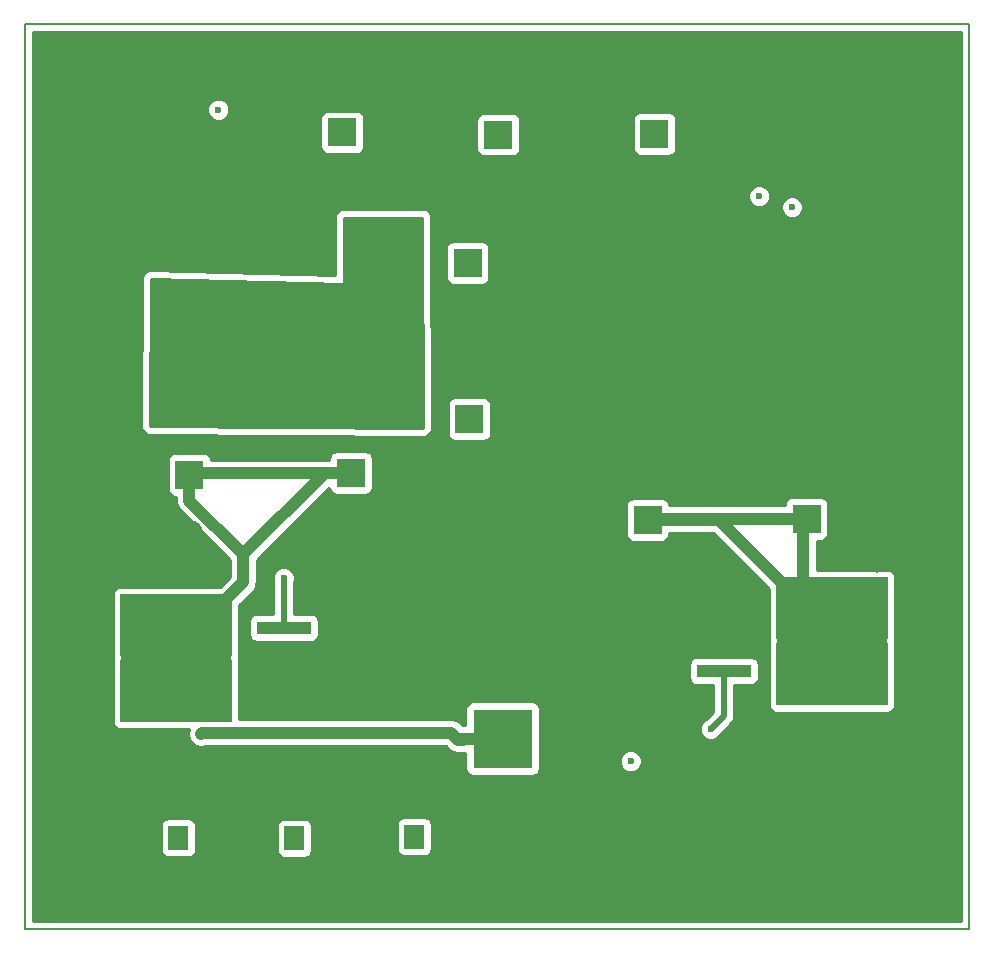
<source format=gbr>
%TF.GenerationSoftware,KiCad,Pcbnew,4.0.7*%
%TF.CreationDate,2018-04-08T16:14:44+02:00*%
%TF.ProjectId,power_board,706F7765725F626F6172642E6B696361,rev?*%
%TF.FileFunction,Copper,L4,Bot,Signal*%
%FSLAX46Y46*%
G04 Gerber Fmt 4.6, Leading zero omitted, Abs format (unit mm)*
G04 Created by KiCad (PCBNEW 4.0.7) date 04/08/18 16:14:44*
%MOMM*%
%LPD*%
G01*
G04 APERTURE LIST*
%ADD10C,0.150000*%
%ADD11C,3.100000*%
%ADD12C,0.500000*%
%ADD13R,2.400000X2.400000*%
%ADD14C,2.400000*%
%ADD15C,5.000000*%
%ADD16R,1.700000X2.000000*%
%ADD17O,1.700000X2.000000*%
%ADD18R,4.600000X1.100000*%
%ADD19R,9.400000X10.800000*%
%ADD20R,4.550000X5.250000*%
%ADD21R,5.000000X5.000000*%
%ADD22C,0.600000*%
%ADD23C,1.000000*%
%ADD24C,0.500000*%
%ADD25C,0.254000*%
G04 APERTURE END LIST*
D10*
X104000000Y-119820000D02*
X184000000Y-119820000D01*
X104000000Y-43120000D02*
X184000000Y-43120000D01*
X184000000Y-43120000D02*
X184000000Y-119820000D01*
X104000000Y-43120000D02*
X104000000Y-119820000D01*
D11*
X107560000Y-116000000D03*
X108020000Y-47170000D03*
X179030000Y-113590000D03*
X179660000Y-60110000D03*
D12*
X173420000Y-59410000D03*
X173540000Y-55250000D03*
X112820000Y-46500000D03*
X114550000Y-52670000D03*
X114790000Y-48700000D03*
X153430000Y-109160000D03*
X153480000Y-106960000D03*
X147600000Y-111920000D03*
X147480000Y-110680000D03*
X123460000Y-106440000D03*
X122290000Y-106380000D03*
X123430000Y-104770000D03*
X122230000Y-104840000D03*
X164990000Y-107890000D03*
X163650000Y-107930000D03*
X165100000Y-106080000D03*
X163630000Y-106060000D03*
X159130000Y-107090000D03*
X160070000Y-109200000D03*
X167670000Y-107740000D03*
X170510000Y-106300000D03*
X170350000Y-103920000D03*
X139550000Y-98160000D03*
X135330000Y-98170000D03*
X135450000Y-94470000D03*
X139720000Y-94510000D03*
X116560000Y-103760000D03*
X116640000Y-106430000D03*
X121380000Y-109420000D03*
X119510000Y-109280000D03*
X126540000Y-108930000D03*
X125990000Y-105670000D03*
X127510000Y-104420000D03*
X130430000Y-106270000D03*
X132500000Y-109810000D03*
X132390000Y-107820000D03*
X158760000Y-112160000D03*
X158630000Y-110740000D03*
X169440000Y-112260000D03*
X169430000Y-110780000D03*
X176170000Y-89350000D03*
D13*
X157330000Y-52470000D03*
D14*
X157330000Y-47470000D03*
D13*
X141510000Y-63390000D03*
D14*
X146510000Y-63390000D03*
D13*
X170210000Y-85050000D03*
D14*
X170210000Y-80050000D03*
D13*
X156750000Y-85140000D03*
D14*
X156750000Y-80140000D03*
D13*
X141660000Y-76610000D03*
D14*
X146660000Y-76610000D03*
D13*
X144110000Y-52530000D03*
D14*
X144110000Y-47530000D03*
D13*
X130900000Y-52340000D03*
D14*
X130900000Y-47340000D03*
D13*
X117960000Y-81320000D03*
D14*
X117960000Y-86320000D03*
D13*
X131630000Y-81170000D03*
D14*
X131630000Y-86170000D03*
D15*
X171830000Y-67340000D03*
X160450000Y-67360000D03*
X154630000Y-67400000D03*
X160430000Y-73080000D03*
X165960000Y-73140000D03*
X171600000Y-73110000D03*
X166090000Y-67390000D03*
X154630000Y-73100000D03*
D16*
X126830000Y-112100000D03*
D17*
X124330000Y-112100000D03*
D16*
X117030000Y-112060000D03*
D17*
X114530000Y-112060000D03*
D16*
X136990000Y-111960000D03*
D17*
X134490000Y-111960000D03*
D18*
X163210000Y-97950000D03*
X163210000Y-92870000D03*
D19*
X172360000Y-95410000D03*
D20*
X174785000Y-92635000D03*
X169935000Y-98185000D03*
X174785000Y-98185000D03*
X169935000Y-92635000D03*
D18*
X125965000Y-94295000D03*
X125965000Y-99375000D03*
D19*
X116815000Y-96835000D03*
D20*
X114390000Y-99610000D03*
X119240000Y-94060000D03*
X114390000Y-94060000D03*
X119240000Y-99610000D03*
D21*
X123150000Y-67882000D03*
X128668172Y-73835894D03*
X128656761Y-67877405D03*
X117636267Y-67865561D03*
X123175525Y-73834743D03*
X134156761Y-67887405D03*
X134168172Y-73845894D03*
X117675525Y-73844743D03*
X144480000Y-103670000D03*
D15*
X144600000Y-97070000D03*
D21*
X134160000Y-62420000D03*
D15*
X154510000Y-61740000D03*
D22*
X122610000Y-100000000D03*
X160670000Y-91950000D03*
X176100000Y-102430000D03*
X174860000Y-102430000D03*
X155310000Y-105580000D03*
X118970000Y-103270000D03*
X125930000Y-90080000D03*
X162090000Y-102860000D03*
X168970000Y-58670000D03*
X166200000Y-57740000D03*
X120410000Y-50410000D03*
D23*
X131630000Y-81170000D02*
X118110000Y-81170000D01*
X118110000Y-81170000D02*
X117960000Y-81320000D01*
X170210000Y-85050000D02*
X156840000Y-85050000D01*
X156840000Y-85050000D02*
X156750000Y-85140000D01*
X156750000Y-85140000D02*
X162790000Y-85140000D01*
X162790000Y-85140000D02*
X169935000Y-92285000D01*
X169935000Y-92285000D02*
X169935000Y-92635000D01*
X169935000Y-92635000D02*
X169935000Y-85325000D01*
X169935000Y-85325000D02*
X170210000Y-85050000D01*
X131630000Y-81170000D02*
X129430000Y-81170000D01*
X129430000Y-81170000D02*
X122525000Y-88075000D01*
X122525000Y-88075000D02*
X122515000Y-88075000D01*
X119240000Y-94060000D02*
X119240000Y-93710000D01*
X119240000Y-93710000D02*
X122515000Y-90435000D01*
X122515000Y-90435000D02*
X122515000Y-88075000D01*
X122515000Y-88075000D02*
X117960000Y-83520000D01*
X117960000Y-83520000D02*
X117960000Y-81320000D01*
D24*
X125965000Y-99375000D02*
X123235000Y-99375000D01*
X123235000Y-99375000D02*
X122610000Y-100000000D01*
X163210000Y-92870000D02*
X161590000Y-92870000D01*
X161590000Y-92870000D02*
X160670000Y-91950000D01*
D23*
X140695736Y-103750000D02*
X140775736Y-103670000D01*
X140775736Y-103670000D02*
X144480000Y-103670000D01*
X140125736Y-103180000D02*
X119060000Y-103180000D01*
X119060000Y-103180000D02*
X118970000Y-103270000D01*
X141120000Y-103750000D02*
X140695736Y-103750000D01*
X140695736Y-103750000D02*
X140125736Y-103180000D01*
D24*
X125930000Y-90080000D02*
X125930000Y-94260000D01*
X125930000Y-94260000D02*
X125965000Y-94295000D01*
X162090000Y-102860000D02*
X163210000Y-101740000D01*
X163210000Y-101740000D02*
X163210000Y-97950000D01*
D25*
G36*
X183290000Y-119110000D02*
X104710000Y-119110000D01*
X104710000Y-111060000D01*
X115532560Y-111060000D01*
X115532560Y-113060000D01*
X115576838Y-113295317D01*
X115715910Y-113511441D01*
X115928110Y-113656431D01*
X116180000Y-113707440D01*
X117880000Y-113707440D01*
X118115317Y-113663162D01*
X118331441Y-113524090D01*
X118476431Y-113311890D01*
X118527440Y-113060000D01*
X118527440Y-111100000D01*
X125332560Y-111100000D01*
X125332560Y-113100000D01*
X125376838Y-113335317D01*
X125515910Y-113551441D01*
X125728110Y-113696431D01*
X125980000Y-113747440D01*
X127680000Y-113747440D01*
X127915317Y-113703162D01*
X128131441Y-113564090D01*
X128276431Y-113351890D01*
X128327440Y-113100000D01*
X128327440Y-111100000D01*
X128301098Y-110960000D01*
X135492560Y-110960000D01*
X135492560Y-112960000D01*
X135536838Y-113195317D01*
X135675910Y-113411441D01*
X135888110Y-113556431D01*
X136140000Y-113607440D01*
X137840000Y-113607440D01*
X138075317Y-113563162D01*
X138291441Y-113424090D01*
X138436431Y-113211890D01*
X138487440Y-112960000D01*
X138487440Y-110960000D01*
X138443162Y-110724683D01*
X138304090Y-110508559D01*
X138091890Y-110363569D01*
X137840000Y-110312560D01*
X136140000Y-110312560D01*
X135904683Y-110356838D01*
X135688559Y-110495910D01*
X135543569Y-110708110D01*
X135492560Y-110960000D01*
X128301098Y-110960000D01*
X128283162Y-110864683D01*
X128144090Y-110648559D01*
X127931890Y-110503569D01*
X127680000Y-110452560D01*
X125980000Y-110452560D01*
X125744683Y-110496838D01*
X125528559Y-110635910D01*
X125383569Y-110848110D01*
X125332560Y-111100000D01*
X118527440Y-111100000D01*
X118527440Y-111060000D01*
X118483162Y-110824683D01*
X118344090Y-110608559D01*
X118131890Y-110463569D01*
X117880000Y-110412560D01*
X116180000Y-110412560D01*
X115944683Y-110456838D01*
X115728559Y-110595910D01*
X115583569Y-110808110D01*
X115532560Y-111060000D01*
X104710000Y-111060000D01*
X104710000Y-91435000D01*
X111467560Y-91435000D01*
X111467560Y-102235000D01*
X111511838Y-102470317D01*
X111650910Y-102686441D01*
X111863110Y-102831431D01*
X112115000Y-102882440D01*
X117912091Y-102882440D01*
X117835000Y-103270000D01*
X117921397Y-103704345D01*
X118167434Y-104072566D01*
X118535655Y-104318603D01*
X118970000Y-104405000D01*
X119404345Y-104318603D01*
X119409737Y-104315000D01*
X139655604Y-104315000D01*
X139893170Y-104552566D01*
X140261390Y-104798603D01*
X140695736Y-104885000D01*
X141120000Y-104885000D01*
X141332560Y-104842719D01*
X141332560Y-106170000D01*
X141376838Y-106405317D01*
X141515910Y-106621441D01*
X141728110Y-106766431D01*
X141980000Y-106817440D01*
X146980000Y-106817440D01*
X147215317Y-106773162D01*
X147431441Y-106634090D01*
X147576431Y-106421890D01*
X147627440Y-106170000D01*
X147627440Y-105765167D01*
X154374838Y-105765167D01*
X154516883Y-106108943D01*
X154779673Y-106372192D01*
X155123201Y-106514838D01*
X155495167Y-106515162D01*
X155838943Y-106373117D01*
X156102192Y-106110327D01*
X156244838Y-105766799D01*
X156245162Y-105394833D01*
X156103117Y-105051057D01*
X155840327Y-104787808D01*
X155496799Y-104645162D01*
X155124833Y-104644838D01*
X154781057Y-104786883D01*
X154517808Y-105049673D01*
X154375162Y-105393201D01*
X154374838Y-105765167D01*
X147627440Y-105765167D01*
X147627440Y-101170000D01*
X147583162Y-100934683D01*
X147444090Y-100718559D01*
X147231890Y-100573569D01*
X146980000Y-100522560D01*
X141980000Y-100522560D01*
X141744683Y-100566838D01*
X141528559Y-100705910D01*
X141383569Y-100918110D01*
X141332560Y-101170000D01*
X141332560Y-102535000D01*
X141085868Y-102535000D01*
X140928302Y-102377434D01*
X140560082Y-102131397D01*
X140125736Y-102045000D01*
X122162440Y-102045000D01*
X122162440Y-97400000D01*
X160262560Y-97400000D01*
X160262560Y-98500000D01*
X160306838Y-98735317D01*
X160445910Y-98951441D01*
X160658110Y-99096431D01*
X160910000Y-99147440D01*
X162325000Y-99147440D01*
X162325000Y-101373421D01*
X161681164Y-102017256D01*
X161561057Y-102066883D01*
X161297808Y-102329673D01*
X161155162Y-102673201D01*
X161154838Y-103045167D01*
X161296883Y-103388943D01*
X161559673Y-103652192D01*
X161903201Y-103794838D01*
X162275167Y-103795162D01*
X162618943Y-103653117D01*
X162882192Y-103390327D01*
X162932566Y-103269014D01*
X163835787Y-102365792D01*
X163835790Y-102365790D01*
X164027633Y-102078675D01*
X164029979Y-102066883D01*
X164095001Y-101740000D01*
X164095000Y-101739995D01*
X164095000Y-99147440D01*
X165510000Y-99147440D01*
X165745317Y-99103162D01*
X165961441Y-98964090D01*
X166106431Y-98751890D01*
X166157440Y-98500000D01*
X166157440Y-97400000D01*
X166113162Y-97164683D01*
X165974090Y-96948559D01*
X165761890Y-96803569D01*
X165510000Y-96752560D01*
X160910000Y-96752560D01*
X160674683Y-96796838D01*
X160458559Y-96935910D01*
X160313569Y-97148110D01*
X160262560Y-97400000D01*
X122162440Y-97400000D01*
X122162440Y-93745000D01*
X123017560Y-93745000D01*
X123017560Y-94845000D01*
X123061838Y-95080317D01*
X123200910Y-95296441D01*
X123413110Y-95441431D01*
X123665000Y-95492440D01*
X128265000Y-95492440D01*
X128500317Y-95448162D01*
X128716441Y-95309090D01*
X128861431Y-95096890D01*
X128912440Y-94845000D01*
X128912440Y-93745000D01*
X128868162Y-93509683D01*
X128729090Y-93293559D01*
X128516890Y-93148569D01*
X128265000Y-93097560D01*
X126815000Y-93097560D01*
X126815000Y-90386822D01*
X126864838Y-90266799D01*
X126865162Y-89894833D01*
X126723117Y-89551057D01*
X126460327Y-89287808D01*
X126116799Y-89145162D01*
X125744833Y-89144838D01*
X125401057Y-89286883D01*
X125137808Y-89549673D01*
X124995162Y-89893201D01*
X124994838Y-90265167D01*
X125045000Y-90386569D01*
X125045000Y-93097560D01*
X123665000Y-93097560D01*
X123429683Y-93141838D01*
X123213559Y-93280910D01*
X123068569Y-93493110D01*
X123017560Y-93745000D01*
X122162440Y-93745000D01*
X122162440Y-92392692D01*
X123317566Y-91237566D01*
X123563603Y-90869346D01*
X123615125Y-90610327D01*
X123650000Y-90435000D01*
X123650000Y-88555132D01*
X128265132Y-83940000D01*
X154902560Y-83940000D01*
X154902560Y-86340000D01*
X154946838Y-86575317D01*
X155085910Y-86791441D01*
X155298110Y-86936431D01*
X155550000Y-86987440D01*
X157950000Y-86987440D01*
X158185317Y-86943162D01*
X158401441Y-86804090D01*
X158546431Y-86591890D01*
X158597440Y-86340000D01*
X158597440Y-86275000D01*
X162319868Y-86275000D01*
X167012560Y-90967692D01*
X167012560Y-100810000D01*
X167056838Y-101045317D01*
X167195910Y-101261441D01*
X167408110Y-101406431D01*
X167660000Y-101457440D01*
X177060000Y-101457440D01*
X177295317Y-101413162D01*
X177511441Y-101274090D01*
X177656431Y-101061890D01*
X177707440Y-100810000D01*
X177707440Y-90010000D01*
X177663162Y-89774683D01*
X177524090Y-89558559D01*
X177311890Y-89413569D01*
X177060000Y-89362560D01*
X171070000Y-89362560D01*
X171070000Y-86897440D01*
X171410000Y-86897440D01*
X171645317Y-86853162D01*
X171861441Y-86714090D01*
X172006431Y-86501890D01*
X172057440Y-86250000D01*
X172057440Y-83850000D01*
X172013162Y-83614683D01*
X171874090Y-83398559D01*
X171661890Y-83253569D01*
X171410000Y-83202560D01*
X169010000Y-83202560D01*
X168774683Y-83246838D01*
X168558559Y-83385910D01*
X168413569Y-83598110D01*
X168362560Y-83850000D01*
X168362560Y-83915000D01*
X158592736Y-83915000D01*
X158553162Y-83704683D01*
X158414090Y-83488559D01*
X158201890Y-83343569D01*
X157950000Y-83292560D01*
X155550000Y-83292560D01*
X155314683Y-83336838D01*
X155098559Y-83475910D01*
X154953569Y-83688110D01*
X154902560Y-83940000D01*
X128265132Y-83940000D01*
X129790886Y-82414246D01*
X129826838Y-82605317D01*
X129965910Y-82821441D01*
X130178110Y-82966431D01*
X130430000Y-83017440D01*
X132830000Y-83017440D01*
X133065317Y-82973162D01*
X133281441Y-82834090D01*
X133426431Y-82621890D01*
X133477440Y-82370000D01*
X133477440Y-79970000D01*
X133433162Y-79734683D01*
X133294090Y-79518559D01*
X133081890Y-79373569D01*
X132830000Y-79322560D01*
X130430000Y-79322560D01*
X130194683Y-79366838D01*
X129978559Y-79505910D01*
X129833569Y-79718110D01*
X129782560Y-79970000D01*
X129782560Y-80035000D01*
X119791446Y-80035000D01*
X119763162Y-79884683D01*
X119624090Y-79668559D01*
X119411890Y-79523569D01*
X119160000Y-79472560D01*
X116760000Y-79472560D01*
X116524683Y-79516838D01*
X116308559Y-79655910D01*
X116163569Y-79868110D01*
X116112560Y-80120000D01*
X116112560Y-82520000D01*
X116156838Y-82755317D01*
X116295910Y-82971441D01*
X116508110Y-83116431D01*
X116760000Y-83167440D01*
X116825000Y-83167440D01*
X116825000Y-83520000D01*
X116911397Y-83954346D01*
X117002972Y-84091397D01*
X117157434Y-84322566D01*
X121380000Y-88545132D01*
X121380000Y-89964868D01*
X120557308Y-90787560D01*
X112115000Y-90787560D01*
X111879683Y-90831838D01*
X111663559Y-90970910D01*
X111518569Y-91183110D01*
X111467560Y-91435000D01*
X104710000Y-91435000D01*
X104710000Y-77295984D01*
X113895013Y-77295984D01*
X113936857Y-77526730D01*
X114071799Y-77739632D01*
X114278940Y-77883261D01*
X114525641Y-77934985D01*
X137835641Y-78094985D01*
X138073419Y-78050542D01*
X138284783Y-77913203D01*
X138426062Y-77704451D01*
X138474994Y-77457181D01*
X138465906Y-75410000D01*
X139812560Y-75410000D01*
X139812560Y-77810000D01*
X139856838Y-78045317D01*
X139995910Y-78261441D01*
X140208110Y-78406431D01*
X140460000Y-78457440D01*
X142860000Y-78457440D01*
X143095317Y-78413162D01*
X143311441Y-78274090D01*
X143456431Y-78061890D01*
X143507440Y-77810000D01*
X143507440Y-75410000D01*
X143463162Y-75174683D01*
X143324090Y-74958559D01*
X143111890Y-74813569D01*
X142860000Y-74762560D01*
X140460000Y-74762560D01*
X140224683Y-74806838D01*
X140008559Y-74945910D01*
X139863569Y-75158110D01*
X139812560Y-75410000D01*
X138465906Y-75410000D01*
X138407216Y-62190000D01*
X139662560Y-62190000D01*
X139662560Y-64590000D01*
X139706838Y-64825317D01*
X139845910Y-65041441D01*
X140058110Y-65186431D01*
X140310000Y-65237440D01*
X142710000Y-65237440D01*
X142945317Y-65193162D01*
X143161441Y-65054090D01*
X143306431Y-64841890D01*
X143357440Y-64590000D01*
X143357440Y-62190000D01*
X143313162Y-61954683D01*
X143174090Y-61738559D01*
X142961890Y-61593569D01*
X142710000Y-61542560D01*
X140310000Y-61542560D01*
X140074683Y-61586838D01*
X139858559Y-61725910D01*
X139713569Y-61938110D01*
X139662560Y-62190000D01*
X138407216Y-62190000D01*
X138394994Y-59437181D01*
X138349529Y-59204032D01*
X138211277Y-58993263D01*
X138005316Y-58855167D01*
X168034838Y-58855167D01*
X168176883Y-59198943D01*
X168439673Y-59462192D01*
X168783201Y-59604838D01*
X169155167Y-59605162D01*
X169498943Y-59463117D01*
X169762192Y-59200327D01*
X169904838Y-58856799D01*
X169905162Y-58484833D01*
X169763117Y-58141057D01*
X169500327Y-57877808D01*
X169156799Y-57735162D01*
X168784833Y-57734838D01*
X168441057Y-57876883D01*
X168177808Y-58139673D01*
X168035162Y-58483201D01*
X168034838Y-58855167D01*
X138005316Y-58855167D01*
X138001917Y-58852888D01*
X137754438Y-58805024D01*
X130939973Y-58864713D01*
X130900692Y-58855090D01*
X130652835Y-58900952D01*
X130442347Y-59039631D01*
X130302397Y-59249276D01*
X130255037Y-59496852D01*
X130307939Y-64399092D01*
X114625540Y-64015190D01*
X114382950Y-64056979D01*
X114170120Y-64192036D01*
X114026603Y-64399255D01*
X113975013Y-64645984D01*
X113895013Y-77295984D01*
X104710000Y-77295984D01*
X104710000Y-57925167D01*
X165264838Y-57925167D01*
X165406883Y-58268943D01*
X165669673Y-58532192D01*
X166013201Y-58674838D01*
X166385167Y-58675162D01*
X166728943Y-58533117D01*
X166992192Y-58270327D01*
X167134838Y-57926799D01*
X167135162Y-57554833D01*
X166993117Y-57211057D01*
X166730327Y-56947808D01*
X166386799Y-56805162D01*
X166014833Y-56804838D01*
X165671057Y-56946883D01*
X165407808Y-57209673D01*
X165265162Y-57553201D01*
X165264838Y-57925167D01*
X104710000Y-57925167D01*
X104710000Y-50595167D01*
X119474838Y-50595167D01*
X119616883Y-50938943D01*
X119879673Y-51202192D01*
X120223201Y-51344838D01*
X120595167Y-51345162D01*
X120938943Y-51203117D01*
X121002170Y-51140000D01*
X129052560Y-51140000D01*
X129052560Y-53540000D01*
X129096838Y-53775317D01*
X129235910Y-53991441D01*
X129448110Y-54136431D01*
X129700000Y-54187440D01*
X132100000Y-54187440D01*
X132335317Y-54143162D01*
X132551441Y-54004090D01*
X132696431Y-53791890D01*
X132747440Y-53540000D01*
X132747440Y-51330000D01*
X142262560Y-51330000D01*
X142262560Y-53730000D01*
X142306838Y-53965317D01*
X142445910Y-54181441D01*
X142658110Y-54326431D01*
X142910000Y-54377440D01*
X145310000Y-54377440D01*
X145545317Y-54333162D01*
X145761441Y-54194090D01*
X145906431Y-53981890D01*
X145957440Y-53730000D01*
X145957440Y-51330000D01*
X145946151Y-51270000D01*
X155482560Y-51270000D01*
X155482560Y-53670000D01*
X155526838Y-53905317D01*
X155665910Y-54121441D01*
X155878110Y-54266431D01*
X156130000Y-54317440D01*
X158530000Y-54317440D01*
X158765317Y-54273162D01*
X158981441Y-54134090D01*
X159126431Y-53921890D01*
X159177440Y-53670000D01*
X159177440Y-51270000D01*
X159133162Y-51034683D01*
X158994090Y-50818559D01*
X158781890Y-50673569D01*
X158530000Y-50622560D01*
X156130000Y-50622560D01*
X155894683Y-50666838D01*
X155678559Y-50805910D01*
X155533569Y-51018110D01*
X155482560Y-51270000D01*
X145946151Y-51270000D01*
X145913162Y-51094683D01*
X145774090Y-50878559D01*
X145561890Y-50733569D01*
X145310000Y-50682560D01*
X142910000Y-50682560D01*
X142674683Y-50726838D01*
X142458559Y-50865910D01*
X142313569Y-51078110D01*
X142262560Y-51330000D01*
X132747440Y-51330000D01*
X132747440Y-51140000D01*
X132703162Y-50904683D01*
X132564090Y-50688559D01*
X132351890Y-50543569D01*
X132100000Y-50492560D01*
X129700000Y-50492560D01*
X129464683Y-50536838D01*
X129248559Y-50675910D01*
X129103569Y-50888110D01*
X129052560Y-51140000D01*
X121002170Y-51140000D01*
X121202192Y-50940327D01*
X121344838Y-50596799D01*
X121345162Y-50224833D01*
X121203117Y-49881057D01*
X120940327Y-49617808D01*
X120596799Y-49475162D01*
X120224833Y-49474838D01*
X119881057Y-49616883D01*
X119617808Y-49879673D01*
X119475162Y-50223201D01*
X119474838Y-50595167D01*
X104710000Y-50595167D01*
X104710000Y-43830000D01*
X183290000Y-43830000D01*
X183290000Y-119110000D01*
X183290000Y-119110000D01*
G37*
X183290000Y-119110000D02*
X104710000Y-119110000D01*
X104710000Y-111060000D01*
X115532560Y-111060000D01*
X115532560Y-113060000D01*
X115576838Y-113295317D01*
X115715910Y-113511441D01*
X115928110Y-113656431D01*
X116180000Y-113707440D01*
X117880000Y-113707440D01*
X118115317Y-113663162D01*
X118331441Y-113524090D01*
X118476431Y-113311890D01*
X118527440Y-113060000D01*
X118527440Y-111100000D01*
X125332560Y-111100000D01*
X125332560Y-113100000D01*
X125376838Y-113335317D01*
X125515910Y-113551441D01*
X125728110Y-113696431D01*
X125980000Y-113747440D01*
X127680000Y-113747440D01*
X127915317Y-113703162D01*
X128131441Y-113564090D01*
X128276431Y-113351890D01*
X128327440Y-113100000D01*
X128327440Y-111100000D01*
X128301098Y-110960000D01*
X135492560Y-110960000D01*
X135492560Y-112960000D01*
X135536838Y-113195317D01*
X135675910Y-113411441D01*
X135888110Y-113556431D01*
X136140000Y-113607440D01*
X137840000Y-113607440D01*
X138075317Y-113563162D01*
X138291441Y-113424090D01*
X138436431Y-113211890D01*
X138487440Y-112960000D01*
X138487440Y-110960000D01*
X138443162Y-110724683D01*
X138304090Y-110508559D01*
X138091890Y-110363569D01*
X137840000Y-110312560D01*
X136140000Y-110312560D01*
X135904683Y-110356838D01*
X135688559Y-110495910D01*
X135543569Y-110708110D01*
X135492560Y-110960000D01*
X128301098Y-110960000D01*
X128283162Y-110864683D01*
X128144090Y-110648559D01*
X127931890Y-110503569D01*
X127680000Y-110452560D01*
X125980000Y-110452560D01*
X125744683Y-110496838D01*
X125528559Y-110635910D01*
X125383569Y-110848110D01*
X125332560Y-111100000D01*
X118527440Y-111100000D01*
X118527440Y-111060000D01*
X118483162Y-110824683D01*
X118344090Y-110608559D01*
X118131890Y-110463569D01*
X117880000Y-110412560D01*
X116180000Y-110412560D01*
X115944683Y-110456838D01*
X115728559Y-110595910D01*
X115583569Y-110808110D01*
X115532560Y-111060000D01*
X104710000Y-111060000D01*
X104710000Y-91435000D01*
X111467560Y-91435000D01*
X111467560Y-102235000D01*
X111511838Y-102470317D01*
X111650910Y-102686441D01*
X111863110Y-102831431D01*
X112115000Y-102882440D01*
X117912091Y-102882440D01*
X117835000Y-103270000D01*
X117921397Y-103704345D01*
X118167434Y-104072566D01*
X118535655Y-104318603D01*
X118970000Y-104405000D01*
X119404345Y-104318603D01*
X119409737Y-104315000D01*
X139655604Y-104315000D01*
X139893170Y-104552566D01*
X140261390Y-104798603D01*
X140695736Y-104885000D01*
X141120000Y-104885000D01*
X141332560Y-104842719D01*
X141332560Y-106170000D01*
X141376838Y-106405317D01*
X141515910Y-106621441D01*
X141728110Y-106766431D01*
X141980000Y-106817440D01*
X146980000Y-106817440D01*
X147215317Y-106773162D01*
X147431441Y-106634090D01*
X147576431Y-106421890D01*
X147627440Y-106170000D01*
X147627440Y-105765167D01*
X154374838Y-105765167D01*
X154516883Y-106108943D01*
X154779673Y-106372192D01*
X155123201Y-106514838D01*
X155495167Y-106515162D01*
X155838943Y-106373117D01*
X156102192Y-106110327D01*
X156244838Y-105766799D01*
X156245162Y-105394833D01*
X156103117Y-105051057D01*
X155840327Y-104787808D01*
X155496799Y-104645162D01*
X155124833Y-104644838D01*
X154781057Y-104786883D01*
X154517808Y-105049673D01*
X154375162Y-105393201D01*
X154374838Y-105765167D01*
X147627440Y-105765167D01*
X147627440Y-101170000D01*
X147583162Y-100934683D01*
X147444090Y-100718559D01*
X147231890Y-100573569D01*
X146980000Y-100522560D01*
X141980000Y-100522560D01*
X141744683Y-100566838D01*
X141528559Y-100705910D01*
X141383569Y-100918110D01*
X141332560Y-101170000D01*
X141332560Y-102535000D01*
X141085868Y-102535000D01*
X140928302Y-102377434D01*
X140560082Y-102131397D01*
X140125736Y-102045000D01*
X122162440Y-102045000D01*
X122162440Y-97400000D01*
X160262560Y-97400000D01*
X160262560Y-98500000D01*
X160306838Y-98735317D01*
X160445910Y-98951441D01*
X160658110Y-99096431D01*
X160910000Y-99147440D01*
X162325000Y-99147440D01*
X162325000Y-101373421D01*
X161681164Y-102017256D01*
X161561057Y-102066883D01*
X161297808Y-102329673D01*
X161155162Y-102673201D01*
X161154838Y-103045167D01*
X161296883Y-103388943D01*
X161559673Y-103652192D01*
X161903201Y-103794838D01*
X162275167Y-103795162D01*
X162618943Y-103653117D01*
X162882192Y-103390327D01*
X162932566Y-103269014D01*
X163835787Y-102365792D01*
X163835790Y-102365790D01*
X164027633Y-102078675D01*
X164029979Y-102066883D01*
X164095001Y-101740000D01*
X164095000Y-101739995D01*
X164095000Y-99147440D01*
X165510000Y-99147440D01*
X165745317Y-99103162D01*
X165961441Y-98964090D01*
X166106431Y-98751890D01*
X166157440Y-98500000D01*
X166157440Y-97400000D01*
X166113162Y-97164683D01*
X165974090Y-96948559D01*
X165761890Y-96803569D01*
X165510000Y-96752560D01*
X160910000Y-96752560D01*
X160674683Y-96796838D01*
X160458559Y-96935910D01*
X160313569Y-97148110D01*
X160262560Y-97400000D01*
X122162440Y-97400000D01*
X122162440Y-93745000D01*
X123017560Y-93745000D01*
X123017560Y-94845000D01*
X123061838Y-95080317D01*
X123200910Y-95296441D01*
X123413110Y-95441431D01*
X123665000Y-95492440D01*
X128265000Y-95492440D01*
X128500317Y-95448162D01*
X128716441Y-95309090D01*
X128861431Y-95096890D01*
X128912440Y-94845000D01*
X128912440Y-93745000D01*
X128868162Y-93509683D01*
X128729090Y-93293559D01*
X128516890Y-93148569D01*
X128265000Y-93097560D01*
X126815000Y-93097560D01*
X126815000Y-90386822D01*
X126864838Y-90266799D01*
X126865162Y-89894833D01*
X126723117Y-89551057D01*
X126460327Y-89287808D01*
X126116799Y-89145162D01*
X125744833Y-89144838D01*
X125401057Y-89286883D01*
X125137808Y-89549673D01*
X124995162Y-89893201D01*
X124994838Y-90265167D01*
X125045000Y-90386569D01*
X125045000Y-93097560D01*
X123665000Y-93097560D01*
X123429683Y-93141838D01*
X123213559Y-93280910D01*
X123068569Y-93493110D01*
X123017560Y-93745000D01*
X122162440Y-93745000D01*
X122162440Y-92392692D01*
X123317566Y-91237566D01*
X123563603Y-90869346D01*
X123615125Y-90610327D01*
X123650000Y-90435000D01*
X123650000Y-88555132D01*
X128265132Y-83940000D01*
X154902560Y-83940000D01*
X154902560Y-86340000D01*
X154946838Y-86575317D01*
X155085910Y-86791441D01*
X155298110Y-86936431D01*
X155550000Y-86987440D01*
X157950000Y-86987440D01*
X158185317Y-86943162D01*
X158401441Y-86804090D01*
X158546431Y-86591890D01*
X158597440Y-86340000D01*
X158597440Y-86275000D01*
X162319868Y-86275000D01*
X167012560Y-90967692D01*
X167012560Y-100810000D01*
X167056838Y-101045317D01*
X167195910Y-101261441D01*
X167408110Y-101406431D01*
X167660000Y-101457440D01*
X177060000Y-101457440D01*
X177295317Y-101413162D01*
X177511441Y-101274090D01*
X177656431Y-101061890D01*
X177707440Y-100810000D01*
X177707440Y-90010000D01*
X177663162Y-89774683D01*
X177524090Y-89558559D01*
X177311890Y-89413569D01*
X177060000Y-89362560D01*
X171070000Y-89362560D01*
X171070000Y-86897440D01*
X171410000Y-86897440D01*
X171645317Y-86853162D01*
X171861441Y-86714090D01*
X172006431Y-86501890D01*
X172057440Y-86250000D01*
X172057440Y-83850000D01*
X172013162Y-83614683D01*
X171874090Y-83398559D01*
X171661890Y-83253569D01*
X171410000Y-83202560D01*
X169010000Y-83202560D01*
X168774683Y-83246838D01*
X168558559Y-83385910D01*
X168413569Y-83598110D01*
X168362560Y-83850000D01*
X168362560Y-83915000D01*
X158592736Y-83915000D01*
X158553162Y-83704683D01*
X158414090Y-83488559D01*
X158201890Y-83343569D01*
X157950000Y-83292560D01*
X155550000Y-83292560D01*
X155314683Y-83336838D01*
X155098559Y-83475910D01*
X154953569Y-83688110D01*
X154902560Y-83940000D01*
X128265132Y-83940000D01*
X129790886Y-82414246D01*
X129826838Y-82605317D01*
X129965910Y-82821441D01*
X130178110Y-82966431D01*
X130430000Y-83017440D01*
X132830000Y-83017440D01*
X133065317Y-82973162D01*
X133281441Y-82834090D01*
X133426431Y-82621890D01*
X133477440Y-82370000D01*
X133477440Y-79970000D01*
X133433162Y-79734683D01*
X133294090Y-79518559D01*
X133081890Y-79373569D01*
X132830000Y-79322560D01*
X130430000Y-79322560D01*
X130194683Y-79366838D01*
X129978559Y-79505910D01*
X129833569Y-79718110D01*
X129782560Y-79970000D01*
X129782560Y-80035000D01*
X119791446Y-80035000D01*
X119763162Y-79884683D01*
X119624090Y-79668559D01*
X119411890Y-79523569D01*
X119160000Y-79472560D01*
X116760000Y-79472560D01*
X116524683Y-79516838D01*
X116308559Y-79655910D01*
X116163569Y-79868110D01*
X116112560Y-80120000D01*
X116112560Y-82520000D01*
X116156838Y-82755317D01*
X116295910Y-82971441D01*
X116508110Y-83116431D01*
X116760000Y-83167440D01*
X116825000Y-83167440D01*
X116825000Y-83520000D01*
X116911397Y-83954346D01*
X117002972Y-84091397D01*
X117157434Y-84322566D01*
X121380000Y-88545132D01*
X121380000Y-89964868D01*
X120557308Y-90787560D01*
X112115000Y-90787560D01*
X111879683Y-90831838D01*
X111663559Y-90970910D01*
X111518569Y-91183110D01*
X111467560Y-91435000D01*
X104710000Y-91435000D01*
X104710000Y-77295984D01*
X113895013Y-77295984D01*
X113936857Y-77526730D01*
X114071799Y-77739632D01*
X114278940Y-77883261D01*
X114525641Y-77934985D01*
X137835641Y-78094985D01*
X138073419Y-78050542D01*
X138284783Y-77913203D01*
X138426062Y-77704451D01*
X138474994Y-77457181D01*
X138465906Y-75410000D01*
X139812560Y-75410000D01*
X139812560Y-77810000D01*
X139856838Y-78045317D01*
X139995910Y-78261441D01*
X140208110Y-78406431D01*
X140460000Y-78457440D01*
X142860000Y-78457440D01*
X143095317Y-78413162D01*
X143311441Y-78274090D01*
X143456431Y-78061890D01*
X143507440Y-77810000D01*
X143507440Y-75410000D01*
X143463162Y-75174683D01*
X143324090Y-74958559D01*
X143111890Y-74813569D01*
X142860000Y-74762560D01*
X140460000Y-74762560D01*
X140224683Y-74806838D01*
X140008559Y-74945910D01*
X139863569Y-75158110D01*
X139812560Y-75410000D01*
X138465906Y-75410000D01*
X138407216Y-62190000D01*
X139662560Y-62190000D01*
X139662560Y-64590000D01*
X139706838Y-64825317D01*
X139845910Y-65041441D01*
X140058110Y-65186431D01*
X140310000Y-65237440D01*
X142710000Y-65237440D01*
X142945317Y-65193162D01*
X143161441Y-65054090D01*
X143306431Y-64841890D01*
X143357440Y-64590000D01*
X143357440Y-62190000D01*
X143313162Y-61954683D01*
X143174090Y-61738559D01*
X142961890Y-61593569D01*
X142710000Y-61542560D01*
X140310000Y-61542560D01*
X140074683Y-61586838D01*
X139858559Y-61725910D01*
X139713569Y-61938110D01*
X139662560Y-62190000D01*
X138407216Y-62190000D01*
X138394994Y-59437181D01*
X138349529Y-59204032D01*
X138211277Y-58993263D01*
X138005316Y-58855167D01*
X168034838Y-58855167D01*
X168176883Y-59198943D01*
X168439673Y-59462192D01*
X168783201Y-59604838D01*
X169155167Y-59605162D01*
X169498943Y-59463117D01*
X169762192Y-59200327D01*
X169904838Y-58856799D01*
X169905162Y-58484833D01*
X169763117Y-58141057D01*
X169500327Y-57877808D01*
X169156799Y-57735162D01*
X168784833Y-57734838D01*
X168441057Y-57876883D01*
X168177808Y-58139673D01*
X168035162Y-58483201D01*
X168034838Y-58855167D01*
X138005316Y-58855167D01*
X138001917Y-58852888D01*
X137754438Y-58805024D01*
X130939973Y-58864713D01*
X130900692Y-58855090D01*
X130652835Y-58900952D01*
X130442347Y-59039631D01*
X130302397Y-59249276D01*
X130255037Y-59496852D01*
X130307939Y-64399092D01*
X114625540Y-64015190D01*
X114382950Y-64056979D01*
X114170120Y-64192036D01*
X114026603Y-64399255D01*
X113975013Y-64645984D01*
X113895013Y-77295984D01*
X104710000Y-77295984D01*
X104710000Y-57925167D01*
X165264838Y-57925167D01*
X165406883Y-58268943D01*
X165669673Y-58532192D01*
X166013201Y-58674838D01*
X166385167Y-58675162D01*
X166728943Y-58533117D01*
X166992192Y-58270327D01*
X167134838Y-57926799D01*
X167135162Y-57554833D01*
X166993117Y-57211057D01*
X166730327Y-56947808D01*
X166386799Y-56805162D01*
X166014833Y-56804838D01*
X165671057Y-56946883D01*
X165407808Y-57209673D01*
X165265162Y-57553201D01*
X165264838Y-57925167D01*
X104710000Y-57925167D01*
X104710000Y-50595167D01*
X119474838Y-50595167D01*
X119616883Y-50938943D01*
X119879673Y-51202192D01*
X120223201Y-51344838D01*
X120595167Y-51345162D01*
X120938943Y-51203117D01*
X121002170Y-51140000D01*
X129052560Y-51140000D01*
X129052560Y-53540000D01*
X129096838Y-53775317D01*
X129235910Y-53991441D01*
X129448110Y-54136431D01*
X129700000Y-54187440D01*
X132100000Y-54187440D01*
X132335317Y-54143162D01*
X132551441Y-54004090D01*
X132696431Y-53791890D01*
X132747440Y-53540000D01*
X132747440Y-51330000D01*
X142262560Y-51330000D01*
X142262560Y-53730000D01*
X142306838Y-53965317D01*
X142445910Y-54181441D01*
X142658110Y-54326431D01*
X142910000Y-54377440D01*
X145310000Y-54377440D01*
X145545317Y-54333162D01*
X145761441Y-54194090D01*
X145906431Y-53981890D01*
X145957440Y-53730000D01*
X145957440Y-51330000D01*
X145946151Y-51270000D01*
X155482560Y-51270000D01*
X155482560Y-53670000D01*
X155526838Y-53905317D01*
X155665910Y-54121441D01*
X155878110Y-54266431D01*
X156130000Y-54317440D01*
X158530000Y-54317440D01*
X158765317Y-54273162D01*
X158981441Y-54134090D01*
X159126431Y-53921890D01*
X159177440Y-53670000D01*
X159177440Y-51270000D01*
X159133162Y-51034683D01*
X158994090Y-50818559D01*
X158781890Y-50673569D01*
X158530000Y-50622560D01*
X156130000Y-50622560D01*
X155894683Y-50666838D01*
X155678559Y-50805910D01*
X155533569Y-51018110D01*
X155482560Y-51270000D01*
X145946151Y-51270000D01*
X145913162Y-51094683D01*
X145774090Y-50878559D01*
X145561890Y-50733569D01*
X145310000Y-50682560D01*
X142910000Y-50682560D01*
X142674683Y-50726838D01*
X142458559Y-50865910D01*
X142313569Y-51078110D01*
X142262560Y-51330000D01*
X132747440Y-51330000D01*
X132747440Y-51140000D01*
X132703162Y-50904683D01*
X132564090Y-50688559D01*
X132351890Y-50543569D01*
X132100000Y-50492560D01*
X129700000Y-50492560D01*
X129464683Y-50536838D01*
X129248559Y-50675910D01*
X129103569Y-50888110D01*
X129052560Y-51140000D01*
X121002170Y-51140000D01*
X121202192Y-50940327D01*
X121344838Y-50596799D01*
X121345162Y-50224833D01*
X121203117Y-49881057D01*
X120940327Y-49617808D01*
X120596799Y-49475162D01*
X120224833Y-49474838D01*
X119881057Y-49616883D01*
X119617808Y-49879673D01*
X119475162Y-50223201D01*
X119474838Y-50595167D01*
X104710000Y-50595167D01*
X104710000Y-43830000D01*
X183290000Y-43830000D01*
X183290000Y-119110000D01*
G36*
X137712431Y-77332121D02*
X114657800Y-77173874D01*
X114736179Y-64780127D01*
X130946892Y-65176962D01*
X130996532Y-65168168D01*
X131038840Y-65140755D01*
X131067150Y-65099041D01*
X131076993Y-65048630D01*
X131018476Y-59626055D01*
X137633567Y-59568112D01*
X137712431Y-77332121D01*
X137712431Y-77332121D01*
G37*
X137712431Y-77332121D02*
X114657800Y-77173874D01*
X114736179Y-64780127D01*
X130946892Y-65176962D01*
X130996532Y-65168168D01*
X131038840Y-65140755D01*
X131067150Y-65099041D01*
X131076993Y-65048630D01*
X131018476Y-59626055D01*
X137633567Y-59568112D01*
X137712431Y-77332121D01*
M02*

</source>
